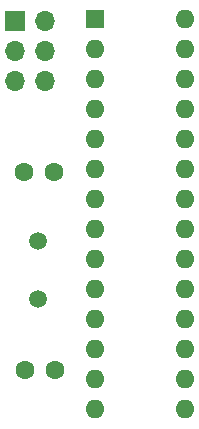
<source format=gbr>
%TF.GenerationSoftware,KiCad,Pcbnew,(5.1.7)-1*%
%TF.CreationDate,2021-02-08T15:15:02+01:00*%
%TF.ProjectId,usbasp16Mhz,75736261-7370-4313-964d-687a2e6b6963,rev?*%
%TF.SameCoordinates,Original*%
%TF.FileFunction,Soldermask,Top*%
%TF.FilePolarity,Negative*%
%FSLAX46Y46*%
G04 Gerber Fmt 4.6, Leading zero omitted, Abs format (unit mm)*
G04 Created by KiCad (PCBNEW (5.1.7)-1) date 2021-02-08 15:15:02*
%MOMM*%
%LPD*%
G01*
G04 APERTURE LIST*
%ADD10R,1.700000X1.700000*%
%ADD11O,1.700000X1.700000*%
%ADD12R,1.600000X1.600000*%
%ADD13O,1.600000X1.600000*%
%ADD14C,1.500000*%
%ADD15C,1.600000*%
G04 APERTURE END LIST*
D10*
%TO.C,J1*%
X133800000Y-87000000D03*
D11*
X136340000Y-87000000D03*
X133800000Y-89540000D03*
X136340000Y-89540000D03*
X133800000Y-92080000D03*
X136340000Y-92080000D03*
%TD*%
D12*
%TO.C,U1*%
X140600000Y-86900000D03*
D13*
X148220000Y-119920000D03*
X140600000Y-89440000D03*
X148220000Y-117380000D03*
X140600000Y-91980000D03*
X148220000Y-114840000D03*
X140600000Y-94520000D03*
X148220000Y-112300000D03*
X140600000Y-97060000D03*
X148220000Y-109760000D03*
X140600000Y-99600000D03*
X148220000Y-107220000D03*
X140600000Y-102140000D03*
X148220000Y-104680000D03*
X140600000Y-104680000D03*
X148220000Y-102140000D03*
X140600000Y-107220000D03*
X148220000Y-99600000D03*
X140600000Y-109760000D03*
X148220000Y-97060000D03*
X140600000Y-112300000D03*
X148220000Y-94520000D03*
X140600000Y-114840000D03*
X148220000Y-91980000D03*
X140600000Y-117380000D03*
X148220000Y-89440000D03*
X140600000Y-119920000D03*
X148220000Y-86900000D03*
%TD*%
D14*
%TO.C,Y1*%
X135800000Y-105700000D03*
X135800000Y-110580000D03*
%TD*%
D15*
%TO.C,C2*%
X134700000Y-116600000D03*
X137200000Y-116600000D03*
%TD*%
%TO.C,C1*%
X134600000Y-99800000D03*
X137100000Y-99800000D03*
%TD*%
M02*

</source>
